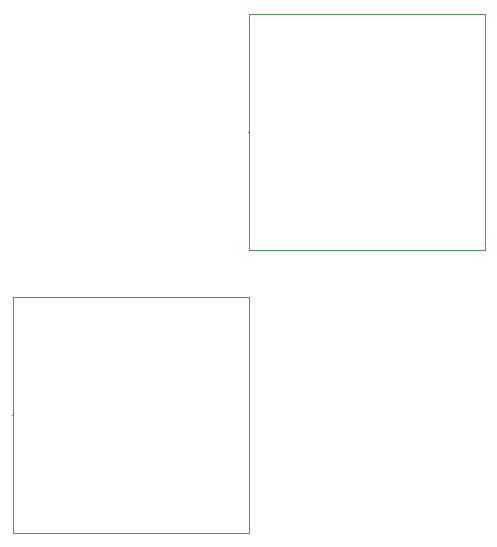
<source format=gbr>
G04 Gerber file generated by Gerbonara*
%TF.GenerationSoftware,KiCad,Pcbnew,8.0.2-1*%
%TF.CreationDate,2024-09-30T19:11:18+01:00*%
%TF.ProjectId,test_module_1,74657374-5f6d-46f6-9475-6c655f312e6b,rev?*%
%TF.SameCoordinates,PX8583b00PY5f5e100*%
%TF.FileFunction,Other,User*%
%MOMM*%
%FSLAX45Y45*%
%IPPOS*%
G75
%LPD*%
%ADD10C,0.1*%
%ADD11C,0.11*%
%ADD12C,0.12*%
%ADD13C,0.13*%
D10*
X0Y002200000D02*
X002000000Y002200000D01*
X002000000Y000200000D01*
X0Y000200000D01*
X0Y002200000D01*
D11*
X001000000Y002200000D02*
X001000000Y002200000D01*
D12*
X002000000Y001200000D02*
X002000000Y001200000D01*
D13*
X0Y001200000D02*
X0Y001200000D01*
D10*
X-002000000Y-000200000D02*
X0Y-000200000D01*
X0Y-002200000D01*
X-002000000Y-002200000D01*
X-002000000Y-000200000D01*
D11*
X-001000000Y-000200000D02*
X-001000000Y-000200000D01*
D12*
X0Y-001200000D02*
X0Y-001200000D01*
D13*
X-002000000Y-001200000D02*
X-002000000Y-001200000D01*
M02*
</source>
